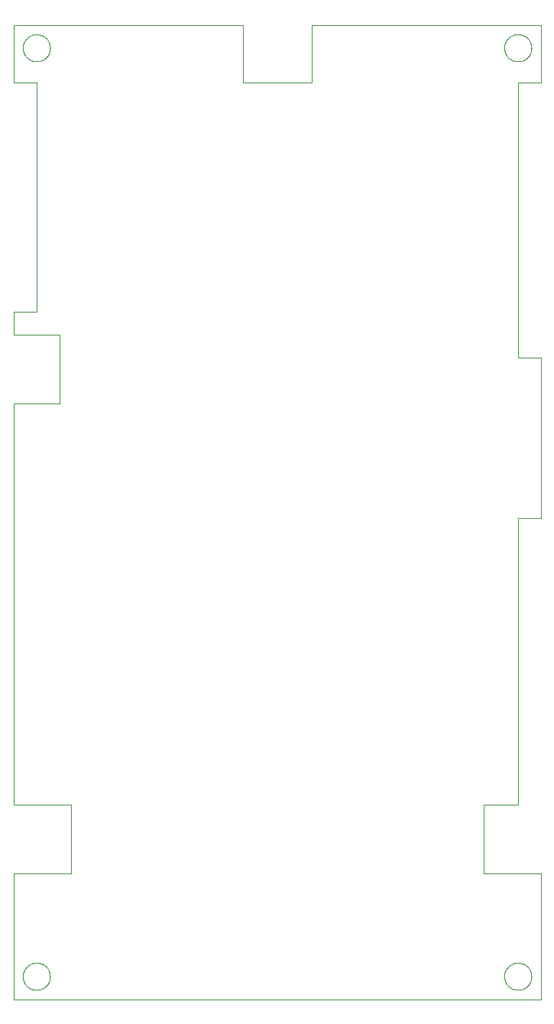
<source format=gbr>
G04 EAGLE Gerber RS-274X export*
G75*
%MOMM*%
%FSLAX34Y34*%
%LPD*%
%INPlexiglass Bottom*%
%IPPOS*%
%AMOC8*
5,1,8,0,0,1.08239X$1,22.5*%
G01*
%ADD10C,0.076200*%


D10*
X10350Y1054100D02*
X10355Y1054469D01*
X10368Y1054838D01*
X10391Y1055207D01*
X10422Y1055575D01*
X10463Y1055942D01*
X10513Y1056308D01*
X10572Y1056673D01*
X10639Y1057036D01*
X10716Y1057397D01*
X10801Y1057757D01*
X10895Y1058114D01*
X10998Y1058469D01*
X11110Y1058821D01*
X11230Y1059170D01*
X11358Y1059516D01*
X11496Y1059859D01*
X11641Y1060199D01*
X11795Y1060535D01*
X11957Y1060867D01*
X12127Y1061195D01*
X12305Y1061518D01*
X12491Y1061837D01*
X12685Y1062152D01*
X12886Y1062461D01*
X13095Y1062766D01*
X13312Y1063065D01*
X13535Y1063359D01*
X13766Y1063648D01*
X14004Y1063930D01*
X14249Y1064207D01*
X14500Y1064478D01*
X14758Y1064742D01*
X15022Y1065000D01*
X15293Y1065251D01*
X15570Y1065496D01*
X15852Y1065734D01*
X16141Y1065965D01*
X16435Y1066188D01*
X16734Y1066405D01*
X17039Y1066614D01*
X17348Y1066815D01*
X17663Y1067009D01*
X17982Y1067195D01*
X18305Y1067373D01*
X18633Y1067543D01*
X18965Y1067705D01*
X19301Y1067859D01*
X19641Y1068004D01*
X19984Y1068142D01*
X20330Y1068270D01*
X20679Y1068390D01*
X21031Y1068502D01*
X21386Y1068605D01*
X21743Y1068699D01*
X22103Y1068784D01*
X22464Y1068861D01*
X22827Y1068928D01*
X23192Y1068987D01*
X23558Y1069037D01*
X23925Y1069078D01*
X24293Y1069109D01*
X24662Y1069132D01*
X25031Y1069145D01*
X25400Y1069150D01*
X25769Y1069145D01*
X26138Y1069132D01*
X26507Y1069109D01*
X26875Y1069078D01*
X27242Y1069037D01*
X27608Y1068987D01*
X27973Y1068928D01*
X28336Y1068861D01*
X28697Y1068784D01*
X29057Y1068699D01*
X29414Y1068605D01*
X29769Y1068502D01*
X30121Y1068390D01*
X30470Y1068270D01*
X30816Y1068142D01*
X31159Y1068004D01*
X31499Y1067859D01*
X31835Y1067705D01*
X32167Y1067543D01*
X32495Y1067373D01*
X32818Y1067195D01*
X33137Y1067009D01*
X33452Y1066815D01*
X33761Y1066614D01*
X34066Y1066405D01*
X34365Y1066188D01*
X34659Y1065965D01*
X34948Y1065734D01*
X35230Y1065496D01*
X35507Y1065251D01*
X35778Y1065000D01*
X36042Y1064742D01*
X36300Y1064478D01*
X36551Y1064207D01*
X36796Y1063930D01*
X37034Y1063648D01*
X37265Y1063359D01*
X37488Y1063065D01*
X37705Y1062766D01*
X37914Y1062461D01*
X38115Y1062152D01*
X38309Y1061837D01*
X38495Y1061518D01*
X38673Y1061195D01*
X38843Y1060867D01*
X39005Y1060535D01*
X39159Y1060199D01*
X39304Y1059859D01*
X39442Y1059516D01*
X39570Y1059170D01*
X39690Y1058821D01*
X39802Y1058469D01*
X39905Y1058114D01*
X39999Y1057757D01*
X40084Y1057397D01*
X40161Y1057036D01*
X40228Y1056673D01*
X40287Y1056308D01*
X40337Y1055942D01*
X40378Y1055575D01*
X40409Y1055207D01*
X40432Y1054838D01*
X40445Y1054469D01*
X40450Y1054100D01*
X40445Y1053731D01*
X40432Y1053362D01*
X40409Y1052993D01*
X40378Y1052625D01*
X40337Y1052258D01*
X40287Y1051892D01*
X40228Y1051527D01*
X40161Y1051164D01*
X40084Y1050803D01*
X39999Y1050443D01*
X39905Y1050086D01*
X39802Y1049731D01*
X39690Y1049379D01*
X39570Y1049030D01*
X39442Y1048684D01*
X39304Y1048341D01*
X39159Y1048001D01*
X39005Y1047665D01*
X38843Y1047333D01*
X38673Y1047005D01*
X38495Y1046682D01*
X38309Y1046363D01*
X38115Y1046048D01*
X37914Y1045739D01*
X37705Y1045434D01*
X37488Y1045135D01*
X37265Y1044841D01*
X37034Y1044552D01*
X36796Y1044270D01*
X36551Y1043993D01*
X36300Y1043722D01*
X36042Y1043458D01*
X35778Y1043200D01*
X35507Y1042949D01*
X35230Y1042704D01*
X34948Y1042466D01*
X34659Y1042235D01*
X34365Y1042012D01*
X34066Y1041795D01*
X33761Y1041586D01*
X33452Y1041385D01*
X33137Y1041191D01*
X32818Y1041005D01*
X32495Y1040827D01*
X32167Y1040657D01*
X31835Y1040495D01*
X31499Y1040341D01*
X31159Y1040196D01*
X30816Y1040058D01*
X30470Y1039930D01*
X30121Y1039810D01*
X29769Y1039698D01*
X29414Y1039595D01*
X29057Y1039501D01*
X28697Y1039416D01*
X28336Y1039339D01*
X27973Y1039272D01*
X27608Y1039213D01*
X27242Y1039163D01*
X26875Y1039122D01*
X26507Y1039091D01*
X26138Y1039068D01*
X25769Y1039055D01*
X25400Y1039050D01*
X25031Y1039055D01*
X24662Y1039068D01*
X24293Y1039091D01*
X23925Y1039122D01*
X23558Y1039163D01*
X23192Y1039213D01*
X22827Y1039272D01*
X22464Y1039339D01*
X22103Y1039416D01*
X21743Y1039501D01*
X21386Y1039595D01*
X21031Y1039698D01*
X20679Y1039810D01*
X20330Y1039930D01*
X19984Y1040058D01*
X19641Y1040196D01*
X19301Y1040341D01*
X18965Y1040495D01*
X18633Y1040657D01*
X18305Y1040827D01*
X17982Y1041005D01*
X17663Y1041191D01*
X17348Y1041385D01*
X17039Y1041586D01*
X16734Y1041795D01*
X16435Y1042012D01*
X16141Y1042235D01*
X15852Y1042466D01*
X15570Y1042704D01*
X15293Y1042949D01*
X15022Y1043200D01*
X14758Y1043458D01*
X14500Y1043722D01*
X14249Y1043993D01*
X14004Y1044270D01*
X13766Y1044552D01*
X13535Y1044841D01*
X13312Y1045135D01*
X13095Y1045434D01*
X12886Y1045739D01*
X12685Y1046048D01*
X12491Y1046363D01*
X12305Y1046682D01*
X12127Y1047005D01*
X11957Y1047333D01*
X11795Y1047665D01*
X11641Y1048001D01*
X11496Y1048341D01*
X11358Y1048684D01*
X11230Y1049030D01*
X11110Y1049379D01*
X10998Y1049731D01*
X10895Y1050086D01*
X10801Y1050443D01*
X10716Y1050803D01*
X10639Y1051164D01*
X10572Y1051527D01*
X10513Y1051892D01*
X10463Y1052258D01*
X10422Y1052625D01*
X10391Y1052993D01*
X10368Y1053362D01*
X10355Y1053731D01*
X10350Y1054100D01*
X543750Y1054100D02*
X543755Y1054469D01*
X543768Y1054838D01*
X543791Y1055207D01*
X543822Y1055575D01*
X543863Y1055942D01*
X543913Y1056308D01*
X543972Y1056673D01*
X544039Y1057036D01*
X544116Y1057397D01*
X544201Y1057757D01*
X544295Y1058114D01*
X544398Y1058469D01*
X544510Y1058821D01*
X544630Y1059170D01*
X544758Y1059516D01*
X544896Y1059859D01*
X545041Y1060199D01*
X545195Y1060535D01*
X545357Y1060867D01*
X545527Y1061195D01*
X545705Y1061518D01*
X545891Y1061837D01*
X546085Y1062152D01*
X546286Y1062461D01*
X546495Y1062766D01*
X546712Y1063065D01*
X546935Y1063359D01*
X547166Y1063648D01*
X547404Y1063930D01*
X547649Y1064207D01*
X547900Y1064478D01*
X548158Y1064742D01*
X548422Y1065000D01*
X548693Y1065251D01*
X548970Y1065496D01*
X549252Y1065734D01*
X549541Y1065965D01*
X549835Y1066188D01*
X550134Y1066405D01*
X550439Y1066614D01*
X550748Y1066815D01*
X551063Y1067009D01*
X551382Y1067195D01*
X551705Y1067373D01*
X552033Y1067543D01*
X552365Y1067705D01*
X552701Y1067859D01*
X553041Y1068004D01*
X553384Y1068142D01*
X553730Y1068270D01*
X554079Y1068390D01*
X554431Y1068502D01*
X554786Y1068605D01*
X555143Y1068699D01*
X555503Y1068784D01*
X555864Y1068861D01*
X556227Y1068928D01*
X556592Y1068987D01*
X556958Y1069037D01*
X557325Y1069078D01*
X557693Y1069109D01*
X558062Y1069132D01*
X558431Y1069145D01*
X558800Y1069150D01*
X559169Y1069145D01*
X559538Y1069132D01*
X559907Y1069109D01*
X560275Y1069078D01*
X560642Y1069037D01*
X561008Y1068987D01*
X561373Y1068928D01*
X561736Y1068861D01*
X562097Y1068784D01*
X562457Y1068699D01*
X562814Y1068605D01*
X563169Y1068502D01*
X563521Y1068390D01*
X563870Y1068270D01*
X564216Y1068142D01*
X564559Y1068004D01*
X564899Y1067859D01*
X565235Y1067705D01*
X565567Y1067543D01*
X565895Y1067373D01*
X566218Y1067195D01*
X566537Y1067009D01*
X566852Y1066815D01*
X567161Y1066614D01*
X567466Y1066405D01*
X567765Y1066188D01*
X568059Y1065965D01*
X568348Y1065734D01*
X568630Y1065496D01*
X568907Y1065251D01*
X569178Y1065000D01*
X569442Y1064742D01*
X569700Y1064478D01*
X569951Y1064207D01*
X570196Y1063930D01*
X570434Y1063648D01*
X570665Y1063359D01*
X570888Y1063065D01*
X571105Y1062766D01*
X571314Y1062461D01*
X571515Y1062152D01*
X571709Y1061837D01*
X571895Y1061518D01*
X572073Y1061195D01*
X572243Y1060867D01*
X572405Y1060535D01*
X572559Y1060199D01*
X572704Y1059859D01*
X572842Y1059516D01*
X572970Y1059170D01*
X573090Y1058821D01*
X573202Y1058469D01*
X573305Y1058114D01*
X573399Y1057757D01*
X573484Y1057397D01*
X573561Y1057036D01*
X573628Y1056673D01*
X573687Y1056308D01*
X573737Y1055942D01*
X573778Y1055575D01*
X573809Y1055207D01*
X573832Y1054838D01*
X573845Y1054469D01*
X573850Y1054100D01*
X573845Y1053731D01*
X573832Y1053362D01*
X573809Y1052993D01*
X573778Y1052625D01*
X573737Y1052258D01*
X573687Y1051892D01*
X573628Y1051527D01*
X573561Y1051164D01*
X573484Y1050803D01*
X573399Y1050443D01*
X573305Y1050086D01*
X573202Y1049731D01*
X573090Y1049379D01*
X572970Y1049030D01*
X572842Y1048684D01*
X572704Y1048341D01*
X572559Y1048001D01*
X572405Y1047665D01*
X572243Y1047333D01*
X572073Y1047005D01*
X571895Y1046682D01*
X571709Y1046363D01*
X571515Y1046048D01*
X571314Y1045739D01*
X571105Y1045434D01*
X570888Y1045135D01*
X570665Y1044841D01*
X570434Y1044552D01*
X570196Y1044270D01*
X569951Y1043993D01*
X569700Y1043722D01*
X569442Y1043458D01*
X569178Y1043200D01*
X568907Y1042949D01*
X568630Y1042704D01*
X568348Y1042466D01*
X568059Y1042235D01*
X567765Y1042012D01*
X567466Y1041795D01*
X567161Y1041586D01*
X566852Y1041385D01*
X566537Y1041191D01*
X566218Y1041005D01*
X565895Y1040827D01*
X565567Y1040657D01*
X565235Y1040495D01*
X564899Y1040341D01*
X564559Y1040196D01*
X564216Y1040058D01*
X563870Y1039930D01*
X563521Y1039810D01*
X563169Y1039698D01*
X562814Y1039595D01*
X562457Y1039501D01*
X562097Y1039416D01*
X561736Y1039339D01*
X561373Y1039272D01*
X561008Y1039213D01*
X560642Y1039163D01*
X560275Y1039122D01*
X559907Y1039091D01*
X559538Y1039068D01*
X559169Y1039055D01*
X558800Y1039050D01*
X558431Y1039055D01*
X558062Y1039068D01*
X557693Y1039091D01*
X557325Y1039122D01*
X556958Y1039163D01*
X556592Y1039213D01*
X556227Y1039272D01*
X555864Y1039339D01*
X555503Y1039416D01*
X555143Y1039501D01*
X554786Y1039595D01*
X554431Y1039698D01*
X554079Y1039810D01*
X553730Y1039930D01*
X553384Y1040058D01*
X553041Y1040196D01*
X552701Y1040341D01*
X552365Y1040495D01*
X552033Y1040657D01*
X551705Y1040827D01*
X551382Y1041005D01*
X551063Y1041191D01*
X550748Y1041385D01*
X550439Y1041586D01*
X550134Y1041795D01*
X549835Y1042012D01*
X549541Y1042235D01*
X549252Y1042466D01*
X548970Y1042704D01*
X548693Y1042949D01*
X548422Y1043200D01*
X548158Y1043458D01*
X547900Y1043722D01*
X547649Y1043993D01*
X547404Y1044270D01*
X547166Y1044552D01*
X546935Y1044841D01*
X546712Y1045135D01*
X546495Y1045434D01*
X546286Y1045739D01*
X546085Y1046048D01*
X545891Y1046363D01*
X545705Y1046682D01*
X545527Y1047005D01*
X545357Y1047333D01*
X545195Y1047665D01*
X545041Y1048001D01*
X544896Y1048341D01*
X544758Y1048684D01*
X544630Y1049030D01*
X544510Y1049379D01*
X544398Y1049731D01*
X544295Y1050086D01*
X544201Y1050443D01*
X544116Y1050803D01*
X544039Y1051164D01*
X543972Y1051527D01*
X543913Y1051892D01*
X543863Y1052258D01*
X543822Y1052625D01*
X543791Y1052993D01*
X543768Y1053362D01*
X543755Y1053731D01*
X543750Y1054100D01*
X543750Y25400D02*
X543755Y25769D01*
X543768Y26138D01*
X543791Y26507D01*
X543822Y26875D01*
X543863Y27242D01*
X543913Y27608D01*
X543972Y27973D01*
X544039Y28336D01*
X544116Y28697D01*
X544201Y29057D01*
X544295Y29414D01*
X544398Y29769D01*
X544510Y30121D01*
X544630Y30470D01*
X544758Y30816D01*
X544896Y31159D01*
X545041Y31499D01*
X545195Y31835D01*
X545357Y32167D01*
X545527Y32495D01*
X545705Y32818D01*
X545891Y33137D01*
X546085Y33452D01*
X546286Y33761D01*
X546495Y34066D01*
X546712Y34365D01*
X546935Y34659D01*
X547166Y34948D01*
X547404Y35230D01*
X547649Y35507D01*
X547900Y35778D01*
X548158Y36042D01*
X548422Y36300D01*
X548693Y36551D01*
X548970Y36796D01*
X549252Y37034D01*
X549541Y37265D01*
X549835Y37488D01*
X550134Y37705D01*
X550439Y37914D01*
X550748Y38115D01*
X551063Y38309D01*
X551382Y38495D01*
X551705Y38673D01*
X552033Y38843D01*
X552365Y39005D01*
X552701Y39159D01*
X553041Y39304D01*
X553384Y39442D01*
X553730Y39570D01*
X554079Y39690D01*
X554431Y39802D01*
X554786Y39905D01*
X555143Y39999D01*
X555503Y40084D01*
X555864Y40161D01*
X556227Y40228D01*
X556592Y40287D01*
X556958Y40337D01*
X557325Y40378D01*
X557693Y40409D01*
X558062Y40432D01*
X558431Y40445D01*
X558800Y40450D01*
X559169Y40445D01*
X559538Y40432D01*
X559907Y40409D01*
X560275Y40378D01*
X560642Y40337D01*
X561008Y40287D01*
X561373Y40228D01*
X561736Y40161D01*
X562097Y40084D01*
X562457Y39999D01*
X562814Y39905D01*
X563169Y39802D01*
X563521Y39690D01*
X563870Y39570D01*
X564216Y39442D01*
X564559Y39304D01*
X564899Y39159D01*
X565235Y39005D01*
X565567Y38843D01*
X565895Y38673D01*
X566218Y38495D01*
X566537Y38309D01*
X566852Y38115D01*
X567161Y37914D01*
X567466Y37705D01*
X567765Y37488D01*
X568059Y37265D01*
X568348Y37034D01*
X568630Y36796D01*
X568907Y36551D01*
X569178Y36300D01*
X569442Y36042D01*
X569700Y35778D01*
X569951Y35507D01*
X570196Y35230D01*
X570434Y34948D01*
X570665Y34659D01*
X570888Y34365D01*
X571105Y34066D01*
X571314Y33761D01*
X571515Y33452D01*
X571709Y33137D01*
X571895Y32818D01*
X572073Y32495D01*
X572243Y32167D01*
X572405Y31835D01*
X572559Y31499D01*
X572704Y31159D01*
X572842Y30816D01*
X572970Y30470D01*
X573090Y30121D01*
X573202Y29769D01*
X573305Y29414D01*
X573399Y29057D01*
X573484Y28697D01*
X573561Y28336D01*
X573628Y27973D01*
X573687Y27608D01*
X573737Y27242D01*
X573778Y26875D01*
X573809Y26507D01*
X573832Y26138D01*
X573845Y25769D01*
X573850Y25400D01*
X573845Y25031D01*
X573832Y24662D01*
X573809Y24293D01*
X573778Y23925D01*
X573737Y23558D01*
X573687Y23192D01*
X573628Y22827D01*
X573561Y22464D01*
X573484Y22103D01*
X573399Y21743D01*
X573305Y21386D01*
X573202Y21031D01*
X573090Y20679D01*
X572970Y20330D01*
X572842Y19984D01*
X572704Y19641D01*
X572559Y19301D01*
X572405Y18965D01*
X572243Y18633D01*
X572073Y18305D01*
X571895Y17982D01*
X571709Y17663D01*
X571515Y17348D01*
X571314Y17039D01*
X571105Y16734D01*
X570888Y16435D01*
X570665Y16141D01*
X570434Y15852D01*
X570196Y15570D01*
X569951Y15293D01*
X569700Y15022D01*
X569442Y14758D01*
X569178Y14500D01*
X568907Y14249D01*
X568630Y14004D01*
X568348Y13766D01*
X568059Y13535D01*
X567765Y13312D01*
X567466Y13095D01*
X567161Y12886D01*
X566852Y12685D01*
X566537Y12491D01*
X566218Y12305D01*
X565895Y12127D01*
X565567Y11957D01*
X565235Y11795D01*
X564899Y11641D01*
X564559Y11496D01*
X564216Y11358D01*
X563870Y11230D01*
X563521Y11110D01*
X563169Y10998D01*
X562814Y10895D01*
X562457Y10801D01*
X562097Y10716D01*
X561736Y10639D01*
X561373Y10572D01*
X561008Y10513D01*
X560642Y10463D01*
X560275Y10422D01*
X559907Y10391D01*
X559538Y10368D01*
X559169Y10355D01*
X558800Y10350D01*
X558431Y10355D01*
X558062Y10368D01*
X557693Y10391D01*
X557325Y10422D01*
X556958Y10463D01*
X556592Y10513D01*
X556227Y10572D01*
X555864Y10639D01*
X555503Y10716D01*
X555143Y10801D01*
X554786Y10895D01*
X554431Y10998D01*
X554079Y11110D01*
X553730Y11230D01*
X553384Y11358D01*
X553041Y11496D01*
X552701Y11641D01*
X552365Y11795D01*
X552033Y11957D01*
X551705Y12127D01*
X551382Y12305D01*
X551063Y12491D01*
X550748Y12685D01*
X550439Y12886D01*
X550134Y13095D01*
X549835Y13312D01*
X549541Y13535D01*
X549252Y13766D01*
X548970Y14004D01*
X548693Y14249D01*
X548422Y14500D01*
X548158Y14758D01*
X547900Y15022D01*
X547649Y15293D01*
X547404Y15570D01*
X547166Y15852D01*
X546935Y16141D01*
X546712Y16435D01*
X546495Y16734D01*
X546286Y17039D01*
X546085Y17348D01*
X545891Y17663D01*
X545705Y17982D01*
X545527Y18305D01*
X545357Y18633D01*
X545195Y18965D01*
X545041Y19301D01*
X544896Y19641D01*
X544758Y19984D01*
X544630Y20330D01*
X544510Y20679D01*
X544398Y21031D01*
X544295Y21386D01*
X544201Y21743D01*
X544116Y22103D01*
X544039Y22464D01*
X543972Y22827D01*
X543913Y23192D01*
X543863Y23558D01*
X543822Y23925D01*
X543791Y24293D01*
X543768Y24662D01*
X543755Y25031D01*
X543750Y25400D01*
X10350Y25400D02*
X10355Y25769D01*
X10368Y26138D01*
X10391Y26507D01*
X10422Y26875D01*
X10463Y27242D01*
X10513Y27608D01*
X10572Y27973D01*
X10639Y28336D01*
X10716Y28697D01*
X10801Y29057D01*
X10895Y29414D01*
X10998Y29769D01*
X11110Y30121D01*
X11230Y30470D01*
X11358Y30816D01*
X11496Y31159D01*
X11641Y31499D01*
X11795Y31835D01*
X11957Y32167D01*
X12127Y32495D01*
X12305Y32818D01*
X12491Y33137D01*
X12685Y33452D01*
X12886Y33761D01*
X13095Y34066D01*
X13312Y34365D01*
X13535Y34659D01*
X13766Y34948D01*
X14004Y35230D01*
X14249Y35507D01*
X14500Y35778D01*
X14758Y36042D01*
X15022Y36300D01*
X15293Y36551D01*
X15570Y36796D01*
X15852Y37034D01*
X16141Y37265D01*
X16435Y37488D01*
X16734Y37705D01*
X17039Y37914D01*
X17348Y38115D01*
X17663Y38309D01*
X17982Y38495D01*
X18305Y38673D01*
X18633Y38843D01*
X18965Y39005D01*
X19301Y39159D01*
X19641Y39304D01*
X19984Y39442D01*
X20330Y39570D01*
X20679Y39690D01*
X21031Y39802D01*
X21386Y39905D01*
X21743Y39999D01*
X22103Y40084D01*
X22464Y40161D01*
X22827Y40228D01*
X23192Y40287D01*
X23558Y40337D01*
X23925Y40378D01*
X24293Y40409D01*
X24662Y40432D01*
X25031Y40445D01*
X25400Y40450D01*
X25769Y40445D01*
X26138Y40432D01*
X26507Y40409D01*
X26875Y40378D01*
X27242Y40337D01*
X27608Y40287D01*
X27973Y40228D01*
X28336Y40161D01*
X28697Y40084D01*
X29057Y39999D01*
X29414Y39905D01*
X29769Y39802D01*
X30121Y39690D01*
X30470Y39570D01*
X30816Y39442D01*
X31159Y39304D01*
X31499Y39159D01*
X31835Y39005D01*
X32167Y38843D01*
X32495Y38673D01*
X32818Y38495D01*
X33137Y38309D01*
X33452Y38115D01*
X33761Y37914D01*
X34066Y37705D01*
X34365Y37488D01*
X34659Y37265D01*
X34948Y37034D01*
X35230Y36796D01*
X35507Y36551D01*
X35778Y36300D01*
X36042Y36042D01*
X36300Y35778D01*
X36551Y35507D01*
X36796Y35230D01*
X37034Y34948D01*
X37265Y34659D01*
X37488Y34365D01*
X37705Y34066D01*
X37914Y33761D01*
X38115Y33452D01*
X38309Y33137D01*
X38495Y32818D01*
X38673Y32495D01*
X38843Y32167D01*
X39005Y31835D01*
X39159Y31499D01*
X39304Y31159D01*
X39442Y30816D01*
X39570Y30470D01*
X39690Y30121D01*
X39802Y29769D01*
X39905Y29414D01*
X39999Y29057D01*
X40084Y28697D01*
X40161Y28336D01*
X40228Y27973D01*
X40287Y27608D01*
X40337Y27242D01*
X40378Y26875D01*
X40409Y26507D01*
X40432Y26138D01*
X40445Y25769D01*
X40450Y25400D01*
X40445Y25031D01*
X40432Y24662D01*
X40409Y24293D01*
X40378Y23925D01*
X40337Y23558D01*
X40287Y23192D01*
X40228Y22827D01*
X40161Y22464D01*
X40084Y22103D01*
X39999Y21743D01*
X39905Y21386D01*
X39802Y21031D01*
X39690Y20679D01*
X39570Y20330D01*
X39442Y19984D01*
X39304Y19641D01*
X39159Y19301D01*
X39005Y18965D01*
X38843Y18633D01*
X38673Y18305D01*
X38495Y17982D01*
X38309Y17663D01*
X38115Y17348D01*
X37914Y17039D01*
X37705Y16734D01*
X37488Y16435D01*
X37265Y16141D01*
X37034Y15852D01*
X36796Y15570D01*
X36551Y15293D01*
X36300Y15022D01*
X36042Y14758D01*
X35778Y14500D01*
X35507Y14249D01*
X35230Y14004D01*
X34948Y13766D01*
X34659Y13535D01*
X34365Y13312D01*
X34066Y13095D01*
X33761Y12886D01*
X33452Y12685D01*
X33137Y12491D01*
X32818Y12305D01*
X32495Y12127D01*
X32167Y11957D01*
X31835Y11795D01*
X31499Y11641D01*
X31159Y11496D01*
X30816Y11358D01*
X30470Y11230D01*
X30121Y11110D01*
X29769Y10998D01*
X29414Y10895D01*
X29057Y10801D01*
X28697Y10716D01*
X28336Y10639D01*
X27973Y10572D01*
X27608Y10513D01*
X27242Y10463D01*
X26875Y10422D01*
X26507Y10391D01*
X26138Y10368D01*
X25769Y10355D01*
X25400Y10350D01*
X25031Y10355D01*
X24662Y10368D01*
X24293Y10391D01*
X23925Y10422D01*
X23558Y10463D01*
X23192Y10513D01*
X22827Y10572D01*
X22464Y10639D01*
X22103Y10716D01*
X21743Y10801D01*
X21386Y10895D01*
X21031Y10998D01*
X20679Y11110D01*
X20330Y11230D01*
X19984Y11358D01*
X19641Y11496D01*
X19301Y11641D01*
X18965Y11795D01*
X18633Y11957D01*
X18305Y12127D01*
X17982Y12305D01*
X17663Y12491D01*
X17348Y12685D01*
X17039Y12886D01*
X16734Y13095D01*
X16435Y13312D01*
X16141Y13535D01*
X15852Y13766D01*
X15570Y14004D01*
X15293Y14249D01*
X15022Y14500D01*
X14758Y14758D01*
X14500Y15022D01*
X14249Y15293D01*
X14004Y15570D01*
X13766Y15852D01*
X13535Y16141D01*
X13312Y16435D01*
X13095Y16734D01*
X12886Y17039D01*
X12685Y17348D01*
X12491Y17663D01*
X12305Y17982D01*
X12127Y18305D01*
X11957Y18633D01*
X11795Y18965D01*
X11641Y19301D01*
X11496Y19641D01*
X11358Y19984D01*
X11230Y20330D01*
X11110Y20679D01*
X10998Y21031D01*
X10895Y21386D01*
X10801Y21743D01*
X10716Y22103D01*
X10639Y22464D01*
X10572Y22827D01*
X10513Y23192D01*
X10463Y23558D01*
X10422Y23925D01*
X10391Y24293D01*
X10368Y24662D01*
X10355Y25031D01*
X10350Y25400D01*
X584200Y0D02*
X584200Y139700D01*
X520700Y139700D01*
X520700Y215900D01*
X558800Y215900D01*
X584200Y533400D02*
X584200Y711200D01*
X584200Y1016000D02*
X584200Y1079500D01*
X330200Y1079500D01*
X330200Y1016000D01*
X254000Y1016000D01*
X254000Y1079500D01*
X0Y1079500D01*
X0Y1016000D01*
X0Y762000D02*
X0Y736600D01*
X0Y660400D02*
X0Y215900D01*
X63500Y215900D01*
X63500Y139700D01*
X0Y139700D01*
X0Y0D01*
X584200Y0D01*
X584200Y711200D02*
X558800Y711200D01*
X558800Y1016000D01*
X584200Y1016000D01*
X25400Y1016000D02*
X0Y1016000D01*
X25400Y1016000D02*
X25400Y762000D01*
X0Y762000D01*
X558800Y533400D02*
X558800Y215900D01*
X558800Y533400D02*
X584200Y533400D01*
X50800Y660400D02*
X0Y660400D01*
X50800Y660400D02*
X50800Y736600D01*
X0Y736600D01*
M02*

</source>
